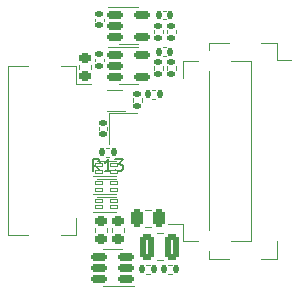
<source format=gto>
%TF.GenerationSoftware,KiCad,Pcbnew,7.0.9*%
%TF.CreationDate,2024-09-28T05:56:50+08:00*%
%TF.ProjectId,cameraadapt,63616d65-7261-4616-9461-70742e6b6963,rev?*%
%TF.SameCoordinates,Original*%
%TF.FileFunction,Legend,Top*%
%TF.FilePolarity,Positive*%
%FSLAX46Y46*%
G04 Gerber Fmt 4.6, Leading zero omitted, Abs format (unit mm)*
G04 Created by KiCad (PCBNEW 7.0.9) date 2024-09-28 05:56:50*
%MOMM*%
%LPD*%
G01*
G04 APERTURE LIST*
G04 Aperture macros list*
%AMRoundRect*
0 Rectangle with rounded corners*
0 $1 Rounding radius*
0 $2 $3 $4 $5 $6 $7 $8 $9 X,Y pos of 4 corners*
0 Add a 4 corners polygon primitive as box body*
4,1,4,$2,$3,$4,$5,$6,$7,$8,$9,$2,$3,0*
0 Add four circle primitives for the rounded corners*
1,1,$1+$1,$2,$3*
1,1,$1+$1,$4,$5*
1,1,$1+$1,$6,$7*
1,1,$1+$1,$8,$9*
0 Add four rect primitives between the rounded corners*
20,1,$1+$1,$2,$3,$4,$5,0*
20,1,$1+$1,$4,$5,$6,$7,0*
20,1,$1+$1,$6,$7,$8,$9,0*
20,1,$1+$1,$8,$9,$2,$3,0*%
G04 Aperture macros list end*
%ADD10C,0.150000*%
%ADD11C,0.120000*%
%ADD12C,0.100000*%
%ADD13RoundRect,0.135000X0.135000X0.185000X-0.135000X0.185000X-0.135000X-0.185000X0.135000X-0.185000X0*%
%ADD14C,2.200000*%
%ADD15R,1.300000X0.300000*%
%ADD16R,2.200000X1.800000*%
%ADD17R,0.800000X0.900000*%
%ADD18RoundRect,0.015000X0.275000X-0.135000X0.275000X0.135000X-0.275000X0.135000X-0.275000X-0.135000X0*%
%ADD19RoundRect,0.140000X-0.140000X-0.170000X0.140000X-0.170000X0.140000X0.170000X-0.140000X0.170000X0*%
%ADD20RoundRect,0.140000X-0.170000X0.140000X-0.170000X-0.140000X0.170000X-0.140000X0.170000X0.140000X0*%
%ADD21RoundRect,0.135000X-0.185000X0.135000X-0.185000X-0.135000X0.185000X-0.135000X0.185000X0.135000X0*%
%ADD22RoundRect,0.135000X0.185000X-0.135000X0.185000X0.135000X-0.185000X0.135000X-0.185000X-0.135000X0*%
%ADD23RoundRect,0.250000X-0.375000X-0.850000X0.375000X-0.850000X0.375000X0.850000X-0.375000X0.850000X0*%
%ADD24RoundRect,0.150000X0.512500X0.150000X-0.512500X0.150000X-0.512500X-0.150000X0.512500X-0.150000X0*%
%ADD25R,0.700000X0.340000*%
%ADD26RoundRect,0.225000X0.250000X-0.225000X0.250000X0.225000X-0.250000X0.225000X-0.250000X-0.225000X0*%
%ADD27RoundRect,0.250000X0.250000X0.475000X-0.250000X0.475000X-0.250000X-0.475000X0.250000X-0.475000X0*%
%ADD28RoundRect,0.150000X-0.512500X-0.150000X0.512500X-0.150000X0.512500X0.150000X-0.512500X0.150000X0*%
%ADD29RoundRect,0.218750X0.256250X-0.218750X0.256250X0.218750X-0.256250X0.218750X-0.256250X-0.218750X0*%
%ADD30RoundRect,0.135000X-0.135000X-0.185000X0.135000X-0.185000X0.135000X0.185000X-0.135000X0.185000X0*%
%ADD31RoundRect,0.218750X-0.256250X0.218750X-0.256250X-0.218750X0.256250X-0.218750X0.256250X0.218750X0*%
G04 APERTURE END LIST*
D10*
X-2742857Y-1724819D02*
X-3076190Y-1248628D01*
X-3314285Y-1724819D02*
X-3314285Y-724819D01*
X-3314285Y-724819D02*
X-2933333Y-724819D01*
X-2933333Y-724819D02*
X-2838095Y-772438D01*
X-2838095Y-772438D02*
X-2790476Y-820057D01*
X-2790476Y-820057D02*
X-2742857Y-915295D01*
X-2742857Y-915295D02*
X-2742857Y-1058152D01*
X-2742857Y-1058152D02*
X-2790476Y-1153390D01*
X-2790476Y-1153390D02*
X-2838095Y-1201009D01*
X-2838095Y-1201009D02*
X-2933333Y-1248628D01*
X-2933333Y-1248628D02*
X-3314285Y-1248628D01*
X-1790476Y-1724819D02*
X-2361904Y-1724819D01*
X-2076190Y-1724819D02*
X-2076190Y-724819D01*
X-2076190Y-724819D02*
X-2171428Y-867676D01*
X-2171428Y-867676D02*
X-2266666Y-962914D01*
X-2266666Y-962914D02*
X-2361904Y-1010533D01*
X-1457142Y-724819D02*
X-838095Y-724819D01*
X-838095Y-724819D02*
X-1171428Y-1105771D01*
X-1171428Y-1105771D02*
X-1028571Y-1105771D01*
X-1028571Y-1105771D02*
X-933333Y-1153390D01*
X-933333Y-1153390D02*
X-885714Y-1201009D01*
X-885714Y-1201009D02*
X-838095Y-1296247D01*
X-838095Y-1296247D02*
X-838095Y-1534342D01*
X-838095Y-1534342D02*
X-885714Y-1629580D01*
X-885714Y-1629580D02*
X-933333Y-1677200D01*
X-933333Y-1677200D02*
X-1028571Y-1724819D01*
X-1028571Y-1724819D02*
X-1314285Y-1724819D01*
X-1314285Y-1724819D02*
X-1409523Y-1677200D01*
X-1409523Y-1677200D02*
X-1457142Y-1629580D01*
D11*
%TO.C,R13*%
X-1946359Y-480000D02*
X-2253641Y-480000D01*
X-1946359Y280000D02*
X-2253641Y280000D01*
%TO.C,J5*%
X-4750001Y7150000D02*
X-6090001Y7150000D01*
X-8810001Y7150000D02*
X-10550001Y7150000D01*
X-10550001Y7150000D02*
X-10550001Y-7150000D01*
X-4750001Y5660000D02*
X-4750001Y7150000D01*
X-4750001Y5660000D02*
X-3550001Y5660000D01*
X-4750001Y-5660000D02*
X-4750001Y-7150000D01*
X-4750001Y-7150000D02*
X-6090001Y-7150000D01*
X-10550001Y-7150000D02*
X-8810001Y-7150000D01*
%TO.C,X1*%
X350000Y3250000D02*
X-1950000Y3250000D01*
X-1950000Y3250000D02*
X-1950000Y550000D01*
D12*
%TO.C,L4*%
X-3300000Y-2130000D02*
X-1400000Y-2130000D01*
X-1400000Y-870000D02*
X-3000000Y-870000D01*
D11*
%TO.C,C6*%
X2592164Y11860000D02*
X2807836Y11860000D01*
X2592164Y11140000D02*
X2807836Y11140000D01*
%TO.C,C4*%
X-2440000Y11207836D02*
X-2440000Y10992164D01*
X-3160000Y11207836D02*
X-3160000Y10992164D01*
D12*
%TO.C,L3*%
X-3300000Y-3630000D02*
X-1400000Y-3630000D01*
X-1400000Y-2370000D02*
X-3000000Y-2370000D01*
D11*
%TO.C,R7*%
X780000Y4453641D02*
X780000Y4146359D01*
X20000Y4453641D02*
X20000Y4146359D01*
%TO.C,R4*%
X2920000Y9946359D02*
X2920000Y10253641D01*
X3680000Y9946359D02*
X3680000Y10253641D01*
%TO.C,R3*%
X2580000Y10253641D02*
X2580000Y9946359D01*
X1820000Y10253641D02*
X1820000Y9946359D01*
%TO.C,C3*%
X-2140000Y2007836D02*
X-2140000Y1792164D01*
X-2860000Y2007836D02*
X-2860000Y1792164D01*
%TO.C,L6*%
X2038748Y-6990000D02*
X2561252Y-6990000D01*
X2038748Y-9210000D02*
X2561252Y-9210000D01*
%TO.C,U1*%
X-1700000Y-11460000D02*
X100000Y-11460000D01*
X-1700000Y-11460000D02*
X-2500000Y-11460000D01*
X-1700000Y-8340000D02*
X-900000Y-8340000D01*
X-1700000Y-8340000D02*
X-2500000Y-8340000D01*
%TO.C,C5*%
X-2440000Y7807836D02*
X-2440000Y7592164D01*
X-3160000Y7807836D02*
X-3160000Y7592164D01*
%TO.C,R5*%
X2580000Y7153641D02*
X2580000Y6846359D01*
X1820000Y7153641D02*
X1820000Y6846359D01*
%TO.C,Q1*%
X-600000Y3400000D02*
X-2150000Y3400000D01*
X-2150000Y5200000D02*
X-850000Y5200000D01*
%TO.C,R1*%
X3343641Y-10380000D02*
X3036359Y-10380000D01*
X3343641Y-9620000D02*
X3036359Y-9620000D01*
%TO.C,C1*%
X-690000Y-6840580D02*
X-690000Y-6559420D01*
X-1710000Y-6840580D02*
X-1710000Y-6559420D01*
%TO.C,J1*%
X12250000Y9150000D02*
X10910000Y9150000D01*
X8190000Y9150000D02*
X6450000Y9150000D01*
X6450000Y9150000D02*
X6450000Y-9150000D01*
X12250000Y7660000D02*
X12250000Y9150000D01*
X12250000Y7660000D02*
X13450000Y7660000D01*
X12250000Y-7660000D02*
X12250000Y-9150000D01*
X12250000Y-9150000D02*
X10910000Y-9150000D01*
X6450000Y-9150000D02*
X8190000Y-9150000D01*
%TO.C,C2*%
X1561252Y-6435000D02*
X1038748Y-6435000D01*
X1561252Y-4965000D02*
X1038748Y-4965000D01*
%TO.C,U4*%
X-300000Y8760000D02*
X-2100000Y8760000D01*
X-300000Y8760000D02*
X500000Y8760000D01*
X-300000Y5640000D02*
X-1100000Y5640000D01*
X-300000Y5640000D02*
X500000Y5640000D01*
%TO.C,C7*%
X2592164Y8760000D02*
X2807836Y8760000D01*
X2592164Y8040000D02*
X2807836Y8040000D01*
%TO.C,R6*%
X2920000Y6846359D02*
X2920000Y7153641D01*
X3680000Y6846359D02*
X3680000Y7153641D01*
%TO.C,R2*%
X1453641Y-10380000D02*
X1146359Y-10380000D01*
X1453641Y-9620000D02*
X1146359Y-9620000D01*
D12*
%TO.C,L2*%
X-3300000Y-5130000D02*
X-1400000Y-5130000D01*
X-1400000Y-3870000D02*
X-3000000Y-3870000D01*
D11*
%TO.C,L5*%
X-4510000Y6937221D02*
X-4510000Y7262779D01*
X-3490000Y6937221D02*
X-3490000Y7262779D01*
%TO.C,R8*%
X1636359Y5180000D02*
X1943641Y5180000D01*
X1636359Y4420000D02*
X1943641Y4420000D01*
%TO.C,J2*%
X4250000Y-7650000D02*
X5590000Y-7650000D01*
X8310000Y-7650000D02*
X10050000Y-7650000D01*
X10050000Y-7650000D02*
X10050000Y7650000D01*
X4250000Y-6160000D02*
X4250000Y-7650000D01*
X4250000Y-6160000D02*
X3050000Y-6160000D01*
X4250000Y6160000D02*
X4250000Y7650000D01*
X4250000Y7650000D02*
X5590000Y7650000D01*
X10050000Y7650000D02*
X8310000Y7650000D01*
%TO.C,L1*%
X-2190000Y-6537221D02*
X-2190000Y-6862779D01*
X-3210000Y-6537221D02*
X-3210000Y-6862779D01*
%TO.C,U3*%
X-300000Y12160000D02*
X-2100000Y12160000D01*
X-300000Y12160000D02*
X500000Y12160000D01*
X-300000Y9040000D02*
X-1100000Y9040000D01*
X-300000Y9040000D02*
X500000Y9040000D01*
%TD*%
%LPC*%
D13*
%TO.C,R13*%
X-1590000Y-100000D03*
X-2610000Y-100000D03*
%TD*%
D14*
%TO.C,H4*%
X6750000Y10500000D03*
%TD*%
D15*
%TO.C,J5*%
X-4200001Y5250000D03*
X-4200001Y4750000D03*
X-4200001Y4250000D03*
X-4200001Y3750000D03*
X-4200001Y3250000D03*
X-4200001Y2750000D03*
X-4200001Y2250000D03*
X-4200001Y1750000D03*
X-4200001Y1250000D03*
X-4200001Y750000D03*
X-4200001Y250000D03*
X-4200001Y-250000D03*
X-4200001Y-750000D03*
X-4200001Y-1250000D03*
X-4200001Y-1750000D03*
X-4200001Y-2250000D03*
X-4200001Y-2750000D03*
X-4200001Y-3250000D03*
X-4200001Y-3750000D03*
X-4200001Y-4250000D03*
X-4200001Y-4750000D03*
X-4200001Y-5250000D03*
D16*
X-7450001Y7150000D03*
X-7450001Y-7150000D03*
%TD*%
D17*
%TO.C,X1*%
X-1350000Y2600000D03*
X-1350000Y1200000D03*
X-250000Y1200000D03*
X-250000Y2600000D03*
%TD*%
D18*
%TO.C,L4*%
X-2855000Y-1775000D03*
X-1545000Y-1775000D03*
X-1545000Y-1225000D03*
X-2855000Y-1225000D03*
%TD*%
D14*
%TO.C,H1*%
X-6750000Y10500000D03*
%TD*%
D19*
%TO.C,C6*%
X2220000Y11500000D03*
X3180000Y11500000D03*
%TD*%
D20*
%TO.C,C4*%
X-2800000Y11580000D03*
X-2800000Y10620000D03*
%TD*%
D18*
%TO.C,L3*%
X-2855000Y-3275000D03*
X-1545000Y-3275000D03*
X-1545000Y-2725000D03*
X-2855000Y-2725000D03*
%TD*%
D21*
%TO.C,R7*%
X400000Y4810000D03*
X400000Y3790000D03*
%TD*%
D22*
%TO.C,R4*%
X3300000Y9590000D03*
X3300000Y10610000D03*
%TD*%
D21*
%TO.C,R3*%
X2200000Y10610000D03*
X2200000Y9590000D03*
%TD*%
D20*
%TO.C,C3*%
X-2500000Y2380000D03*
X-2500000Y1420000D03*
%TD*%
D23*
%TO.C,L6*%
X1225000Y-8100000D03*
X3375000Y-8100000D03*
%TD*%
D24*
%TO.C,U1*%
X-562500Y-10850000D03*
X-562500Y-9900000D03*
X-562500Y-8950000D03*
X-2837500Y-8950000D03*
X-2837500Y-9900000D03*
X-2837500Y-10850000D03*
%TD*%
D20*
%TO.C,C5*%
X-2800000Y8180000D03*
X-2800000Y7220000D03*
%TD*%
D21*
%TO.C,R5*%
X2200000Y7510000D03*
X2200000Y6490000D03*
%TD*%
D25*
%TO.C,Q1*%
X-750000Y3800000D03*
X-750000Y4300000D03*
X-750000Y4800000D03*
X-2250000Y4800000D03*
X-2250000Y4300000D03*
X-2250000Y3800000D03*
%TD*%
D13*
%TO.C,R1*%
X3700000Y-10000000D03*
X2680000Y-10000000D03*
%TD*%
D26*
%TO.C,C1*%
X-1200000Y-5925000D03*
X-1200000Y-7475000D03*
%TD*%
D15*
%TO.C,J1*%
X12800000Y7250000D03*
X12800000Y6750000D03*
X12800000Y6250000D03*
X12800000Y5750000D03*
X12800000Y5250000D03*
X12800000Y4750000D03*
X12800000Y4250000D03*
X12800000Y3750000D03*
X12800000Y3250000D03*
X12800000Y2750000D03*
X12800000Y2250000D03*
X12800000Y1750000D03*
X12800000Y1250000D03*
X12800000Y750000D03*
X12800000Y250000D03*
X12800000Y-250000D03*
X12800000Y-750000D03*
X12800000Y-1250000D03*
X12800000Y-1750000D03*
X12800000Y-2250000D03*
X12800000Y-2750000D03*
X12800000Y-3250000D03*
X12800000Y-3750000D03*
X12800000Y-4250000D03*
X12800000Y-4750000D03*
X12800000Y-5250000D03*
X12800000Y-5750000D03*
X12800000Y-6250000D03*
X12800000Y-6750000D03*
X12800000Y-7250000D03*
D16*
X9550000Y9150000D03*
X9550000Y-9150000D03*
%TD*%
D27*
%TO.C,C2*%
X2250000Y-5700000D03*
X350000Y-5700000D03*
%TD*%
D28*
%TO.C,U4*%
X-1437500Y8150000D03*
X-1437500Y7200000D03*
X-1437500Y6250000D03*
X837500Y6250000D03*
X837500Y8150000D03*
%TD*%
D19*
%TO.C,C7*%
X2220000Y8400000D03*
X3180000Y8400000D03*
%TD*%
D14*
%TO.C,H2*%
X6750000Y-10500000D03*
%TD*%
D22*
%TO.C,R6*%
X3300000Y6490000D03*
X3300000Y7510000D03*
%TD*%
D13*
%TO.C,R2*%
X1810000Y-10000000D03*
X790000Y-10000000D03*
%TD*%
D18*
%TO.C,L2*%
X-2855000Y-4775000D03*
X-1545000Y-4775000D03*
X-1545000Y-4225000D03*
X-2855000Y-4225000D03*
%TD*%
D29*
%TO.C,L5*%
X-4000000Y6312500D03*
X-4000000Y7887500D03*
%TD*%
D30*
%TO.C,R8*%
X1280000Y4800000D03*
X2300000Y4800000D03*
%TD*%
D15*
%TO.C,J2*%
X3700000Y-5750000D03*
X3700000Y-5250000D03*
X3700000Y-4750000D03*
X3700000Y-4250000D03*
X3700000Y-3750000D03*
X3700000Y-3250000D03*
X3700000Y-2750000D03*
X3700000Y-2250000D03*
X3700000Y-1750000D03*
X3700000Y-1250000D03*
X3700000Y-750000D03*
X3700000Y-250000D03*
X3700000Y250000D03*
X3700000Y750000D03*
X3700000Y1250000D03*
X3700000Y1750000D03*
X3700000Y2250000D03*
X3700000Y2750000D03*
X3700000Y3250000D03*
X3700000Y3750000D03*
X3700000Y4250000D03*
X3700000Y4750000D03*
X3700000Y5250000D03*
X3700000Y5750000D03*
D16*
X6950000Y-7650000D03*
X6950000Y7650000D03*
%TD*%
D31*
%TO.C,L1*%
X-2700000Y-5912500D03*
X-2700000Y-7487500D03*
%TD*%
D14*
%TO.C,H3*%
X-6750000Y-10500000D03*
%TD*%
D28*
%TO.C,U3*%
X-1437500Y11550000D03*
X-1437500Y10600000D03*
X-1437500Y9650000D03*
X837500Y9650000D03*
X837500Y11550000D03*
%TD*%
%LPD*%
M02*

</source>
